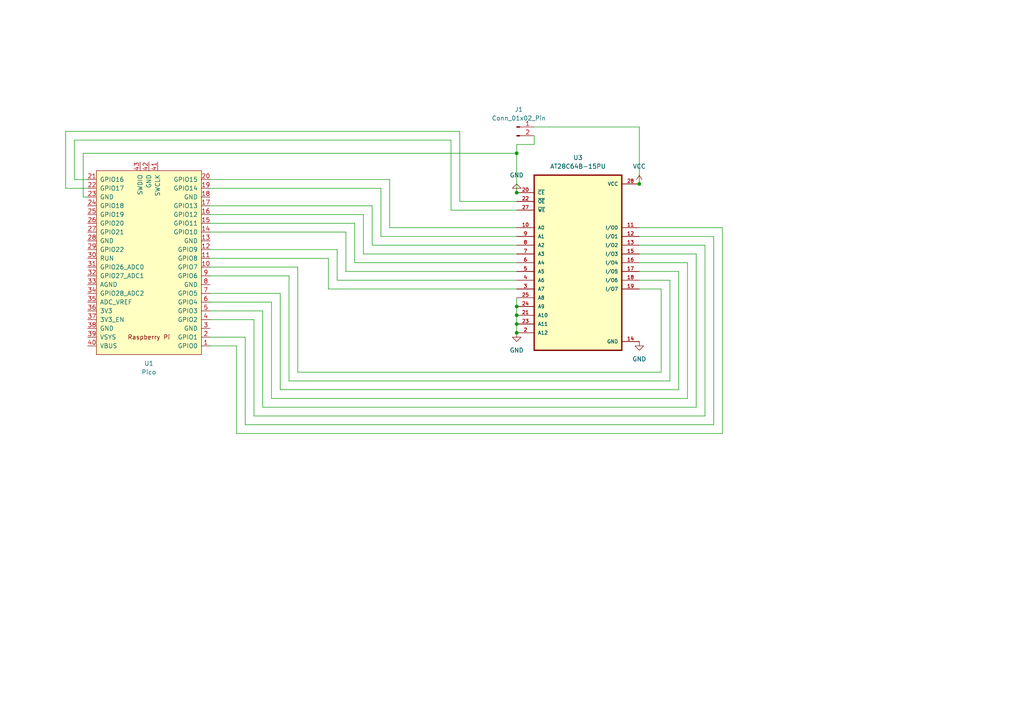
<source format=kicad_sch>
(kicad_sch (version 20231120) (generator "eeschema") (generator_version "8.0")
  (paper "A4")
  (lib_symbols
    (symbol "AT28C64B-15PU:AT28C64B-15PU" (pin_names (offset 1.016))
      (property "Reference" "U" (at -12.7 26.4 0))
      (property "Value" "AT28C64B-15PU" (at -12.7 -29.4 0))
      (symbol "AT28C64B-15PU_0_0"
        (rectangle (start -12.7 -25.4) (end 12.7 25.4) (stroke (width 0.41)) (fill (type background)))
        (pin input line (at -17.78 10.16 0) (length 5.08) (name "A0") (number "10"))
        (pin bidirectional line (at 17.78 10.16 180) (length 5.08) (name "I/O0") (number "11"))
        (pin bidirectional line (at 17.78 7.62 180) (length 5.08) (name "I/O1") (number "12"))
        (pin bidirectional line (at 17.78 5.08 180) (length 5.08) (name "I/O2") (number "13"))
        (pin power_in line (at 17.78 -22.86 180) (length 5.08) (name "GND") (number "14"))
        (pin bidirectional line (at 17.78 2.54 180) (length 5.08) (name "I/O3") (number "15"))
        (pin bidirectional line (at 17.78 0 180) (length 5.08) (name "I/O4") (number "16"))
        (pin bidirectional line (at 17.78 -2.54 180) (length 5.08) (name "I/O5") (number "17"))
        (pin bidirectional line (at 17.78 -5.08 180) (length 5.08) (name "I/O6") (number "18"))
        (pin bidirectional line (at 17.78 -7.62 180) (length 5.08) (name "I/O7") (number "19"))
        (pin input line (at -17.78 -20.32 0) (length 5.08) (name "A12") (number "2"))
        (pin input line (at -17.78 20.32 0) (length 5.08) (name "~{CE}") (number "20"))
        (pin input line (at -17.78 -15.24 0) (length 5.08) (name "A10") (number "21"))
        (pin input line (at -17.78 17.78 0) (length 5.08) (name "~{OE}") (number "22"))
        (pin input line (at -17.78 -17.78 0) (length 5.08) (name "A11") (number "23"))
        (pin input line (at -17.78 -12.7 0) (length 5.08) (name "A9") (number "24"))
        (pin input line (at -17.78 -10.16 0) (length 5.08) (name "A8") (number "25"))
        (pin input line (at -17.78 15.24 0) (length 5.08) (name "~{WE}") (number "27"))
        (pin power_in line (at 17.78 22.86 180) (length 5.08) (name "VCC") (number "28"))
        (pin input line (at -17.78 -7.62 0) (length 5.08) (name "A7") (number "3"))
        (pin input line (at -17.78 -5.08 0) (length 5.08) (name "A6") (number "4"))
        (pin input line (at -17.78 -2.54 0) (length 5.08) (name "A5") (number "5"))
        (pin input line (at -17.78 0 0) (length 5.08) (name "A4") (number "6"))
        (pin input line (at -17.78 2.54 0) (length 5.08) (name "A3") (number "7"))
        (pin input line (at -17.78 5.08 0) (length 5.08) (name "A2") (number "8"))
        (pin input line (at -17.78 7.62 0) (length 5.08) (name "A1") (number "9"))
      )
    )
    (symbol "Connector:Conn_01x02_Pin" (pin_names (offset 1.016) hide)
      (property "Reference" "J" (at 0 2.54 0))
      (property "Value" "Conn_01x02_Pin" (at 0 -5.08 0))
      (symbol "Conn_01x02_Pin_1_1"
        (polyline (pts (xy 1.27 -2.54) (xy 0.8636 -2.54)) (stroke (width 0.1524)))
        (polyline (pts (xy 1.27 0) (xy 0.8636 0)) (stroke (width 0.1524)))
        (rectangle (start 0.8636 -2.413) (end 0 -2.667) (stroke (width 0.1524)) (fill (type outline)))
        (rectangle (start 0.8636 0.127) (end 0 -0.127) (stroke (width 0.1524)) (fill (type outline)))
        (pin passive line (at 5.08 0 180) (length 3.81) (name "Pin_1") (number "1"))
        (pin passive line (at 5.08 -2.54 180) (length 3.81) (name "Pin_2") (number "2"))
      )
    )
    (symbol "MCU_RaspberryPi_and_Boards:Pico" (pin_names (offset 1.016))
      (property "Reference" "U" (at -13.97 27.94 0))
      (property "Value" "Pico" (at 0 19.05 0))
      (symbol "Pico_0_0"
        (text "Raspberry Pi" (at 0 21.59 0) (effects (font (size 1.27 1.27))))
      )
      (symbol "Pico_0_1"
        (rectangle (start -15.24 26.67) (end 15.24 -26.67) (fill (type background)))
      )
      (symbol "Pico_1_1"
        (pin bidirectional line (at -17.78 24.13 0) (length 2.54) (name "GPIO0") (number "1"))
        (pin bidirectional line (at -17.78 1.27 0) (length 2.54) (name "GPIO7") (number "10"))
        (pin bidirectional line (at -17.78 -1.27 0) (length 2.54) (name "GPIO8") (number "11"))
        (pin bidirectional line (at -17.78 -3.81 0) (length 2.54) (name "GPIO9") (number "12"))
        (pin power_in line (at -17.78 -6.35 0) (length 2.54) (name "GND") (number "13"))
        (pin bidirectional line (at -17.78 -8.89 0) (length 2.54) (name "GPIO10") (number "14"))
        (pin bidirectional line (at -17.78 -11.43 0) (length 2.54) (name "GPIO11") (number "15"))
        (pin bidirectional line (at -17.78 -13.97 0) (length 2.54) (name "GPIO12") (number "16"))
        (pin bidirectional line (at -17.78 -16.51 0) (length 2.54) (name "GPIO13") (number "17"))
        (pin power_in line (at -17.78 -19.05 0) (length 2.54) (name "GND") (number "18"))
        (pin bidirectional line (at -17.78 -21.59 0) (length 2.54) (name "GPIO14") (number "19"))
        (pin bidirectional line (at -17.78 21.59 0) (length 2.54) (name "GPIO1") (number "2"))
        (pin bidirectional line (at -17.78 -24.13 0) (length 2.54) (name "GPIO15") (number "20"))
        (pin bidirectional line (at 17.78 -24.13 180) (length 2.54) (name "GPIO16") (number "21"))
        (pin bidirectional line (at 17.78 -21.59 180) (length 2.54) (name "GPIO17") (number "22"))
        (pin power_in line (at 17.78 -19.05 180) (length 2.54) (name "GND") (number "23"))
        (pin bidirectional line (at 17.78 -16.51 180) (length 2.54) (name "GPIO18") (number "24"))
        (pin bidirectional line (at 17.78 -13.97 180) (length 2.54) (name "GPIO19") (number "25"))
        (pin bidirectional line (at 17.78 -11.43 180) (length 2.54) (name "GPIO20") (number "26"))
        (pin bidirectional line (at 17.78 -8.89 180) (length 2.54) (name "GPIO21") (number "27"))
        (pin power_in line (at 17.78 -6.35 180) (length 2.54) (name "GND") (number "28"))
        (pin bidirectional line (at 17.78 -3.81 180) (length 2.54) (name "GPIO22") (number "29"))
        (pin power_in line (at -17.78 19.05 0) (length 2.54) (name "GND") (number "3"))
        (pin input line (at 17.78 -1.27 180) (length 2.54) (name "RUN") (number "30"))
        (pin bidirectional line (at 17.78 1.27 180) (length 2.54) (name "GPIO26_ADC0") (number "31"))
        (pin bidirectional line (at 17.78 3.81 180) (length 2.54) (name "GPIO27_ADC1") (number "32"))
        (pin power_in line (at 17.78 6.35 180) (length 2.54) (name "AGND") (number "33"))
        (pin bidirectional line (at 17.78 8.89 180) (length 2.54) (name "GPIO28_ADC2") (number "34"))
        (pin unspecified line (at 17.78 11.43 180) (length 2.54) (name "ADC_VREF") (number "35"))
        (pin unspecified line (at 17.78 13.97 180) (length 2.54) (name "3V3") (number "36"))
        (pin input line (at 17.78 16.51 180) (length 2.54) (name "3V3_EN") (number "37"))
        (pin bidirectional line (at 17.78 19.05 180) (length 2.54) (name "GND") (number "38"))
        (pin unspecified line (at 17.78 21.59 180) (length 2.54) (name "VSYS") (number "39"))
        (pin bidirectional line (at -17.78 16.51 0) (length 2.54) (name "GPIO2") (number "4"))
        (pin unspecified line (at 17.78 24.13 180) (length 2.54) (name "VBUS") (number "40"))
        (pin input line (at -2.54 -29.21 90) (length 2.54) (name "SWCLK") (number "41"))
        (pin power_in line (at 0 -29.21 90) (length 2.54) (name "GND") (number "42"))
        (pin bidirectional line (at 2.54 -29.21 90) (length 2.54) (name "SWDIO") (number "43"))
        (pin bidirectional line (at -17.78 13.97 0) (length 2.54) (name "GPIO3") (number "5"))
        (pin bidirectional line (at -17.78 11.43 0) (length 2.54) (name "GPIO4") (number "6"))
        (pin bidirectional line (at -17.78 8.89 0) (length 2.54) (name "GPIO5") (number "7"))
        (pin power_in line (at -17.78 6.35 0) (length 2.54) (name "GND") (number "8"))
        (pin bidirectional line (at -17.78 3.81 0) (length 2.54) (name "GPIO6") (number "9"))
      )
    )
    (symbol "power:GND" (power) (pin_numbers hide) (pin_names (offset 0) hide)
      (property "Value" "GND" (at 0 -3.81 0))
      (symbol "GND_0_1"
        (polyline (pts (xy 0 0) (xy 0 -1.27) (xy 1.27 -1.27) (xy 0 -2.54) (xy -1.27 -1.27) (xy 0 -1.27)))
      )
      (symbol "GND_1_1"
        (pin power_in line (at 0 0 270) (length 0) (name "~") (number "1"))
      )
    )
    (symbol "power:VCC" (power) (pin_numbers hide) (pin_names (offset 0) hide)
      (property "Value" "VCC" (at 0 3.556 0))
      (symbol "VCC_0_1"
        (polyline (pts (xy -0.762 1.27) (xy 0 2.54)))
        (polyline (pts (xy 0 0) (xy 0 2.54)))
        (polyline (pts (xy 0 2.54) (xy 0.762 1.27)))
      )
      (symbol "VCC_1_1"
        (pin power_in line (at 0 0 90) (length 0) (name "~") (number "1"))
      )
    )
  )
  (junction (at 185.42 53.34))
  (junction (at 149.86 88.9))
  (junction (at 149.86 96.52))
  (junction (at 149.86 44.45))
  (junction (at 149.86 55.88))
  (junction (at 149.86 93.98))
  (junction (at 149.86 91.44))
  (wire (pts (xy 19.05 38.1) (xy 19.05 54.61)))
  (wire (pts (xy 149.86 55.88) (xy 149.86 44.45)))
  (wire (pts (xy 107.95 71.12) (xy 107.95 59.69)))
  (wire (pts (xy 199.39 76.2) (xy 199.39 115.57)))
  (wire (pts (xy 209.55 66.04) (xy 209.55 125.73)))
  (wire (pts (xy 185.42 71.12) (xy 204.47 71.12)))
  (wire (pts (xy 97.79 81.28) (xy 97.79 72.39)))
  (wire (pts (xy 76.2 90.17) (xy 60.96 90.17)))
  (wire (pts (xy 149.86 88.9) (xy 149.86 91.44)))
  (wire (pts (xy 71.12 97.79) (xy 71.12 123.19)))
  (wire (pts (xy 149.86 81.28) (xy 97.79 81.28)))
  (wire (pts (xy 149.86 68.58) (xy 110.49 68.58)))
  (wire (pts (xy 194.31 81.28) (xy 194.31 110.49)))
  (wire (pts (xy 201.93 73.66) (xy 201.93 118.11)))
  (wire (pts (xy 97.79 72.39) (xy 60.96 72.39)))
  (wire (pts (xy 21.59 40.64) (xy 21.59 52.07)))
  (wire (pts (xy 81.28 113.03) (xy 81.28 85.09)))
  (wire (pts (xy 102.87 76.2) (xy 102.87 64.77)))
  (wire (pts (xy 130.81 40.64) (xy 21.59 40.64)))
  (wire (pts (xy 149.86 44.45) (xy 24.13 44.45)))
  (wire (pts (xy 185.42 36.83) (xy 154.94 36.83)))
  (wire (pts (xy 73.66 120.65) (xy 73.66 92.71)))
  (wire (pts (xy 196.85 113.03) (xy 81.28 113.03)))
  (wire (pts (xy 149.86 93.98) (xy 149.86 96.52)))
  (wire (pts (xy 191.77 83.82) (xy 191.77 107.95)))
  (wire (pts (xy 71.12 97.79) (xy 60.96 97.79)))
  (wire (pts (xy 149.86 41.91) (xy 154.94 41.91)))
  (wire (pts (xy 83.82 80.01) (xy 83.82 110.49)))
  (wire (pts (xy 113.03 66.04) (xy 113.03 52.07)))
  (wire (pts (xy 149.86 91.44) (xy 149.86 93.98)))
  (wire (pts (xy 100.33 67.31) (xy 60.96 67.31)))
  (wire (pts (xy 185.42 76.2) (xy 199.39 76.2)))
  (wire (pts (xy 105.41 73.66) (xy 105.41 62.23)))
  (wire (pts (xy 201.93 118.11) (xy 76.2 118.11)))
  (wire (pts (xy 86.36 77.47) (xy 60.96 77.47)))
  (wire (pts (xy 73.66 92.71) (xy 60.96 92.71)))
  (wire (pts (xy 191.77 107.95) (xy 86.36 107.95)))
  (wire (pts (xy 196.85 78.74) (xy 196.85 113.03)))
  (wire (pts (xy 149.86 76.2) (xy 102.87 76.2)))
  (wire (pts (xy 185.42 53.34) (xy 185.42 36.83)))
  (wire (pts (xy 207.01 123.19) (xy 71.12 123.19)))
  (wire (pts (xy 149.86 83.82) (xy 95.25 83.82)))
  (wire (pts (xy 149.86 44.45) (xy 149.86 41.91)))
  (wire (pts (xy 133.35 38.1) (xy 19.05 38.1)))
  (wire (pts (xy 149.86 78.74) (xy 100.33 78.74)))
  (wire (pts (xy 107.95 59.69) (xy 60.96 59.69)))
  (wire (pts (xy 149.86 86.36) (xy 149.86 88.9)))
  (wire (pts (xy 68.58 125.73) (xy 68.58 100.33)))
  (wire (pts (xy 185.42 78.74) (xy 196.85 78.74)))
  (wire (pts (xy 76.2 118.11) (xy 76.2 90.17)))
  (wire (pts (xy 21.59 52.07) (xy 25.4 52.07)))
  (wire (pts (xy 149.86 60.96) (xy 130.81 60.96)))
  (wire (pts (xy 24.13 57.15) (xy 25.4 57.15)))
  (wire (pts (xy 149.86 71.12) (xy 107.95 71.12)))
  (wire (pts (xy 113.03 52.07) (xy 60.96 52.07)))
  (wire (pts (xy 78.74 87.63) (xy 60.96 87.63)))
  (wire (pts (xy 149.86 58.42) (xy 133.35 58.42)))
  (wire (pts (xy 185.42 66.04) (xy 209.55 66.04)))
  (wire (pts (xy 185.42 73.66) (xy 201.93 73.66)))
  (wire (pts (xy 133.35 58.42) (xy 133.35 38.1)))
  (wire (pts (xy 199.39 115.57) (xy 78.74 115.57)))
  (wire (pts (xy 149.86 66.04) (xy 113.03 66.04)))
  (wire (pts (xy 78.74 115.57) (xy 78.74 87.63)))
  (wire (pts (xy 100.33 78.74) (xy 100.33 67.31)))
  (wire (pts (xy 194.31 110.49) (xy 83.82 110.49)))
  (wire (pts (xy 81.28 85.09) (xy 60.96 85.09)))
  (wire (pts (xy 24.13 44.45) (xy 24.13 57.15)))
  (wire (pts (xy 95.25 83.82) (xy 95.25 74.93)))
  (wire (pts (xy 185.42 81.28) (xy 194.31 81.28)))
  (wire (pts (xy 95.25 74.93) (xy 60.96 74.93)))
  (wire (pts (xy 154.94 41.91) (xy 154.94 39.37)))
  (wire (pts (xy 185.42 83.82) (xy 191.77 83.82)))
  (wire (pts (xy 204.47 71.12) (xy 204.47 120.65)))
  (wire (pts (xy 86.36 107.95) (xy 86.36 77.47)))
  (wire (pts (xy 60.96 80.01) (xy 83.82 80.01)))
  (wire (pts (xy 105.41 62.23) (xy 60.96 62.23)))
  (wire (pts (xy 110.49 68.58) (xy 110.49 54.61)))
  (wire (pts (xy 68.58 100.33) (xy 60.96 100.33)))
  (wire (pts (xy 207.01 68.58) (xy 207.01 123.19)))
  (wire (pts (xy 185.42 68.58) (xy 207.01 68.58)))
  (wire (pts (xy 110.49 54.61) (xy 60.96 54.61)))
  (wire (pts (xy 19.05 54.61) (xy 25.4 54.61)))
  (wire (pts (xy 204.47 120.65) (xy 73.66 120.65)))
  (wire (pts (xy 149.86 73.66) (xy 105.41 73.66)))
  (wire (pts (xy 130.81 60.96) (xy 130.81 40.64)))
  (wire (pts (xy 209.55 125.73) (xy 68.58 125.73)))
  (wire (pts (xy 102.87 64.77) (xy 60.96 64.77)))
  (symbol (lib_id "MCU_RaspberryPi_and_Boards:Pico") (at 43.18 76.2 180) (unit 1)
    (property "Reference" "U1" (at 43.18 105.41 0))
    (property "Value" "Pico" (at 43.18 107.95 0))
    (property "Footprint" "RP_Silicon_KiCad-main:RPi_Pico_SMD_TH" (effects (hide yes)))
  )
  (symbol (lib_id "AT28C64B-15PU:AT28C64B-15PU") (at 167.64 76.2 0) (unit 1)
    (property "Reference" "U3" (at 167.64 45.72 0))
    (property "Value" "AT28C64B-15PU" (at 167.64 48.26 0))
    (property "Footprint" "AT28C64B-15PU:DIP1555W45P254L3733H482Q28" (effects (hide yes)))
    (property "MF" "Microchip" (effects (hide yes)))
    (property "MAXIMUM_PACKAGE_HEIGHT" "4.826 mm" (effects (hide yes)))
    (property "Package" "DIP-28 Atmel" (effects (hide yes)))
    (property "Price" "None" (effects (hide yes)))
    (property "Check_prices" "https://www.snapeda.com/parts/AT28C64B-15PU/Microchip/view-part/?ref=eda" (effects (hide yes)))
    (property "STANDARD" "IPC 7351B" (effects (hide yes)))
    (property "PARTREV" "B" (effects (hide yes)))
    (property "SnapEDA_Link" "https://www.snapeda.com/parts/AT28C64B-15PU/Microchip/view-part/?ref=snap" (effects (hide yes)))
    (property "MP" "AT28C64B-15PU" (effects (hide yes)))
    (property "Description_1" "\n                        \n                            AT28C64B-15PU Parallel EEPROM Memory, 64kbit, 150ns, 4.5 to 5.5 V 28-Pin PDIP | Microchip Technology Inc. AT28C64B-15PU\n                        \n" (effects (hide yes)))
    (property "Availability" "In Stock" (effects (hide yes)))
    (property "MANUFACTURER" "Microchip Technology" (effects (hide yes)))
  )
  (symbol (lib_id "power:VCC") (at 185.42 53.34 0) (unit 1)
    (property "Reference" "#PWR05" (effects (hide yes)))
    (property "Value" "VCC" (at 185.42 48.26 0))
    (property "Description" "Power symbol creates a global label with name \"VCC\"" (effects (hide yes)))
  )
  (symbol (lib_id "power:GND") (at 149.86 96.52 0) (unit 1)
    (property "Reference" "#PWR01" (effects (hide yes)))
    (property "Value" "GND" (at 149.86 101.6 0))
    (property "Description" "Power symbol creates a global label with name \"GND\" , ground" (effects (hide yes)))
  )
  (symbol (lib_id "power:GND") (at 149.86 55.88 180) (unit 1)
    (property "Reference" "#PWR02" (effects (hide yes)))
    (property "Value" "GND" (at 149.86 50.8 0))
    (property "Description" "Power symbol creates a global label with name \"GND\" , ground" (effects (hide yes)))
  )
  (symbol (lib_id "Connector:Conn_01x02_Pin") (at 149.86 36.83 0) (unit 1)
    (property "Reference" "J1" (at 150.495 31.75 0))
    (property "Value" "Conn_01x02_Pin" (at 150.495 34.29 0))
    (property "Footprint" "Connector_PinHeader_2.54mm:PinHeader_1x02_P2.54mm_Vertical" (effects (hide yes)))
    (property "Description" "Generic connector, single row, 01x02, script generated" (effects (hide yes)))
  )
  (symbol (lib_id "power:GND") (at 185.42 99.06 0) (unit 1)
    (property "Reference" "#PWR04" (effects (hide yes)))
    (property "Value" "GND" (at 185.42 104.14 0))
    (property "Description" "Power symbol creates a global label with name \"GND\" , ground" (effects (hide yes)))
  )
)
</source>
